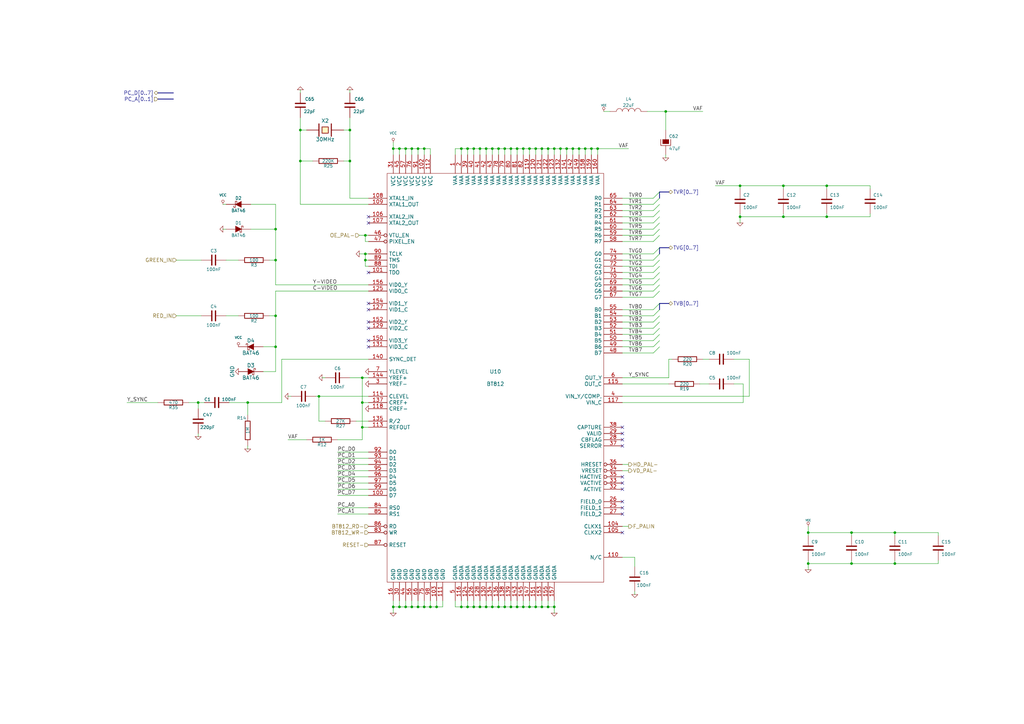
<source format=kicad_sch>
(kicad_sch (version 20210406) (generator eeschema)
  (paper "A3")
  (title_block (title "Video") (date "Sun 22 Mar 2015") (rev "2.0B") (company "Kicad EDA"))
  (lib_symbols
    (symbol "video_schlib:BT812" (pin_names (offset 0.762))
      (property "Reference" "U" (at 47.498 85.09 0))
      (property "Value" "BT812" (at 31.242 -85.09 0))
      (symbol "BT812_0_1"
        (rectangle (start -44.45 -83.82) (end 44.45 83.82))
      )
      (symbol "BT812_1_1"
        (pin input line (at -16.51 91.44 270) (length 7.62) (name "VAA") (number "1"))
        (pin tri_state line (at -52.07 -48.26 0) (length 7.62) (name "D7") (number "100"))
        (pin output line (at -52.07 43.18 0) (length 7.62) (name "TDO") (number "101"))
        (pin input line (at -29.21 91.44 270) (length 7.62) (name "VCC") (number "102"))
        (pin input line (at -24.13 -91.44 90) (length 7.62) (name "GND") (number "103"))
        (pin output line (at 52.07 -60.96 180) (length 7.62) (name "CLKX1") (number "104"))
        (pin output line (at 52.07 -63.5 180) (length 7.62) (name "CLKX2") (number "105"))
        (pin input line (at -52.07 66.04 0) (length 7.62) (name "XTAL2_IN") (number "106"))
        (pin output line (at -52.07 63.5 0) (length 7.62) (name "XTAL2_OUT") (number "107"))
        (pin input line (at -52.07 73.66 0) (length 7.62) (name "XTAL1_IN") (number "108"))
        (pin output line (at -52.07 71.12 0) (length 7.62) (name "XTAL1_OUT") (number "109"))
        (pin input line (at 52.07 -73.66 180) (length 7.62) (name "N/C") (number "110"))
        (pin input line (at -21.59 -91.44 90) (length 7.62) (name "GND") (number "111"))
        (pin input line (at -26.67 91.44 270) (length 7.62) (name "VCC") (number "112"))
        (pin output line (at -52.07 -20.32 0) (length 7.62) (name "REFOUT") (number "113"))
        (pin input line (at -52.07 -7.62 0) (length 7.62) (name "CLEVEL") (number "114"))
        (pin output line (at 52.07 -2.54 180) (length 7.62) (name "OUT_C") (number "115"))
        (pin input line (at -13.97 -91.44 90) (length 7.62) (name "GNDA") (number "116"))
        (pin input line (at 52.07 -10.16 180) (length 7.62) (name "VIN_C") (number "117"))
        (pin input line (at -52.07 -12.7 0) (length 7.62) (name "CREF-") (number "118"))
        (pin input line (at 13.97 91.44 270) (length 7.62) (name "VAA") (number "119"))
        (pin input line (at 16.51 91.44 270) (length 7.62) (name "VAA") (number "120"))
        (pin input line (at 19.05 91.44 270) (length 7.62) (name "VAA") (number "121"))
        (pin input line (at 21.59 91.44 270) (length 7.62) (name "VAA") (number "122"))
        (pin passive line (at 24.13 91.44 270) (length 7.62) (name "VAA") (number "123"))
        (pin input line (at -11.43 -91.44 90) (length 7.62) (name "GNDA") (number "124"))
        (pin input line (at -52.07 35.56 0) (length 7.62) (name "VID0_C") (number "125"))
        (pin input line (at -8.89 -91.44 90) (length 7.62) (name "GNDA") (number "126"))
        (pin input line (at -52.07 27.94 0) (length 7.62) (name "VID1_C") (number "127"))
        (pin input line (at -6.35 -91.44 90) (length 7.62) (name "GNDA") (number "128"))
        (pin input line (at -52.07 20.32 0) (length 7.62) (name "VID2_C") (number "129"))
        (pin input line (at -3.81 -91.44 90) (length 7.62) (name "GNDA") (number "130"))
        (pin input line (at -52.07 12.7 0) (length 7.62) (name "VID3_C") (number "131"))
        (pin input line (at 26.67 91.44 270) (length 7.62) (name "VAA") (number "132"))
        (pin input line (at -1.27 -91.44 90) (length 7.62) (name "GNDA") (number "134"))
        (pin input line (at -52.07 -17.78 0) (length 7.62) (name "R/2") (number "135"))
        (pin input line (at 1.27 -91.44 90) (length 7.62) (name "GNDA") (number "136"))
        (pin input line (at -52.07 -10.16 0) (length 7.62) (name "CREF+") (number "137"))
        (pin input line (at 3.81 -91.44 90) (length 7.62) (name "GNDA") (number "138"))
        (pin input line (at 6.35 -91.44 90) (length 7.62) (name "GNDA") (number "139"))
        (pin input line (at -52.07 7.62 0) (length 7.62) (name "SYNC_DET") (number "140"))
        (pin input line (at 29.21 91.44 270) (length 7.62) (name "VAA") (number "141"))
        (pin input line (at 31.75 91.44 270) (length 7.62) (name "VAA") (number "142"))
        (pin input line (at 8.89 -91.44 90) (length 7.62) (name "GNDA") (number "143"))
        (pin input line (at -52.07 0 0) (length 7.62) (name "YREF+") (number "144"))
        (pin input line (at 11.43 -91.44 90) (length 7.62) (name "GNDA") (number "145"))
        (pin input line (at 13.97 -91.44 90) (length 7.62) (name "GNDA") (number "147"))
        (pin input line (at 34.29 91.44 270) (length 7.62) (name "VAA") (number "149"))
        (pin input line (at -52.07 15.24 0) (length 7.62) (name "VID3_Y") (number "150"))
        (pin input line (at 16.51 -91.44 90) (length 7.62) (name "GNDA") (number "151"))
        (pin input line (at -52.07 22.86 0) (length 7.62) (name "VID2_Y") (number "152"))
        (pin input line (at 19.05 -91.44 90) (length 7.62) (name "GNDA") (number "153"))
        (pin input line (at -52.07 30.48 0) (length 7.62) (name "VID1_Y") (number "154"))
        (pin input line (at 21.59 -91.44 90) (length 7.62) (name "GNDA") (number "155"))
        (pin input line (at -52.07 38.1 0) (length 7.62) (name "VID0_Y") (number "156"))
        (pin input line (at 24.13 -91.44 90) (length 7.62) (name "GNDA") (number "157"))
        (pin input line (at 36.83 91.44 270) (length 7.62) (name "VAA") (number "158"))
        (pin input line (at 39.37 91.44 270) (length 7.62) (name "VAA") (number "159"))
        (pin input line (at -41.91 -91.44 90) (length 7.62) (name "GND") (number "16"))
        (pin input line (at 41.91 91.44 270) (length 7.62) (name "VAA") (number "160"))
        (pin input line (at -13.97 91.44 270) (length 7.62) (name "VAA") (number "2"))
        (pin bidirectional line (at 52.07 -53.34 180) (length 7.62) (name "FIELD_1") (number "25"))
        (pin bidirectional line (at 52.07 -50.8 180) (length 7.62) (name "FIELD_0") (number "26"))
        (pin output line (at 52.07 -55.88 180) (length 7.62) (name "FIELD_2") (number "27"))
        (pin output line (at 52.07 -25.4 180) (length 7.62) (name "CBFLAG") (number "28"))
        (pin output line (at 52.07 -22.86 180) (length 7.62) (name "VALID") (number "29"))
        (pin input line (at -52.07 -2.54 0) (length 7.62) (name "YREF-") (number "3"))
        (pin input line (at -39.37 -91.44 90) (length 7.62) (name "GND") (number "30"))
        (pin input line (at -41.91 91.44 270) (length 7.62) (name "VCC") (number "31"))
        (pin output line (at 52.07 -45.72 180) (length 7.62) (name "ACTIVE") (number "32"))
        (pin output inverted (at 52.07 -43.18 180) (length 7.62) (name "VACTIVE") (number "33"))
        (pin output inverted (at 52.07 -38.1 180) (length 7.62) (name "VRESET") (number "34"))
        (pin output inverted (at 52.07 -40.64 180) (length 7.62) (name "HACTIVE") (number "35"))
        (pin output inverted (at 52.07 -35.56 180) (length 7.62) (name "HRESET") (number "36"))
        (pin output line (at 52.07 -27.94 180) (length 7.62) (name "SERROR") (number "37"))
        (pin output line (at 52.07 -20.32 180) (length 7.62) (name "CAPTURE") (number "38"))
        (pin input line (at -11.43 91.44 270) (length 7.62) (name "VAA") (number "39"))
        (pin input line (at 52.07 -7.62 180) (length 7.62) (name "VIN_Y/COMP.") (number "4"))
        (pin input line (at -8.89 91.44 270) (length 7.62) (name "VAA") (number "40"))
        (pin input line (at -6.35 91.44 270) (length 7.62) (name "VAA") (number "41"))
        (pin input line (at -3.81 91.44 270) (length 7.62) (name "VAA") (number "42"))
        (pin input line (at -1.27 91.44 270) (length 7.62) (name "VAA") (number "43"))
        (pin input line (at -36.83 -91.44 90) (length 7.62) (name "GND") (number "44"))
        (pin input line (at -39.37 91.44 270) (length 7.62) (name "VCC") (number "45"))
        (pin input inverted (at -52.07 58.42 0) (length 7.62) (name "VTU_EN") (number "46"))
        (pin input inverted (at -52.07 55.88 0) (length 7.62) (name "PIXEL_EN") (number "47"))
        (pin tri_state line (at 52.07 10.16 180) (length 7.62) (name "B7") (number "48"))
        (pin tri_state line (at 52.07 12.7 180) (length 7.62) (name "B6") (number "49"))
        (pin input line (at -16.51 -91.44 90) (length 7.62) (name "GNDA") (number "5"))
        (pin tri_state line (at 52.07 15.24 180) (length 7.62) (name "B5") (number "50"))
        (pin tri_state line (at 52.07 17.78 180) (length 7.62) (name "B4") (number "51"))
        (pin tri_state line (at 52.07 20.32 180) (length 7.62) (name "B3") (number "52"))
        (pin tri_state line (at 52.07 22.86 180) (length 7.62) (name "B2") (number "53"))
        (pin tri_state line (at 52.07 25.4 180) (length 7.62) (name "B1") (number "54"))
        (pin tri_state line (at 52.07 27.94 180) (length 7.62) (name "B0") (number "55"))
        (pin input line (at -34.29 -91.44 90) (length 7.62) (name "GND") (number "56"))
        (pin input line (at -36.83 91.44 270) (length 7.62) (name "VCC") (number "57"))
        (pin tri_state line (at 52.07 55.88 180) (length 7.62) (name "R7") (number "58"))
        (pin tri_state line (at 52.07 58.42 180) (length 7.62) (name "R6") (number "59"))
        (pin output line (at 52.07 0 180) (length 7.62) (name "OUT_Y") (number "6"))
        (pin tri_state line (at 52.07 60.96 180) (length 7.62) (name "R5") (number "60"))
        (pin tri_state line (at 52.07 63.5 180) (length 7.62) (name "R4") (number "61"))
        (pin tri_state line (at 52.07 66.04 180) (length 7.62) (name "R3") (number "62"))
        (pin tri_state line (at 52.07 68.58 180) (length 7.62) (name "R2") (number "63"))
        (pin tri_state line (at 52.07 71.12 180) (length 7.62) (name "R1") (number "64"))
        (pin tri_state line (at 52.07 73.66 180) (length 7.62) (name "R0") (number "65"))
        (pin input line (at -31.75 -91.44 90) (length 7.62) (name "GND") (number "66"))
        (pin tri_state line (at 52.07 33.02 180) (length 7.62) (name "G7") (number "67"))
        (pin tri_state line (at 52.07 35.56 180) (length 7.62) (name "G6") (number "68"))
        (pin tri_state line (at 52.07 38.1 180) (length 7.62) (name "G5") (number "69"))
        (pin input line (at -52.07 2.54 0) (length 7.62) (name "YLEVEL") (number "7"))
        (pin tri_state line (at 52.07 40.64 180) (length 7.62) (name "G4") (number "70"))
        (pin tri_state line (at 52.07 43.18 180) (length 7.62) (name "G3") (number "71"))
        (pin tri_state line (at 52.07 45.72 180) (length 7.62) (name "G2") (number "72"))
        (pin tri_state line (at 52.07 48.26 180) (length 7.62) (name "G1") (number "73"))
        (pin tri_state line (at 52.07 50.8 180) (length 7.62) (name "G0") (number "74"))
        (pin input line (at -29.21 -91.44 90) (length 7.62) (name "GND") (number "75"))
        (pin input line (at -34.29 91.44 270) (length 7.62) (name "VCC") (number "76"))
        (pin input line (at 1.27 91.44 270) (length 7.62) (name "VAA") (number "78"))
        (pin input line (at 3.81 91.44 270) (length 7.62) (name "VAA") (number "79"))
        (pin input line (at 6.35 91.44 270) (length 7.62) (name "VAA") (number "80"))
        (pin input line (at 8.89 91.44 270) (length 7.62) (name "VAA") (number "81"))
        (pin input line (at 11.43 91.44 270) (length 7.62) (name "VAA") (number "82"))
        (pin input inverted (at -52.07 -63.5 0) (length 7.62) (name "WR") (number "83"))
        (pin input line (at -52.07 -53.34 0) (length 7.62) (name "RS0") (number "84"))
        (pin input line (at -52.07 -55.88 0) (length 7.62) (name "RS1") (number "85"))
        (pin input inverted (at -52.07 -60.96 0) (length 7.62) (name "RD") (number "86"))
        (pin input inverted (at -52.07 -68.58 0) (length 7.62) (name "RESET") (number "87"))
        (pin input line (at -52.07 45.72 0) (length 7.62) (name "TDI") (number "88"))
        (pin input line (at -52.07 48.26 0) (length 7.62) (name "TMS") (number "89"))
        (pin input line (at -52.07 50.8 0) (length 7.62) (name "TCLK") (number "90"))
        (pin passive line (at -31.75 91.44 270) (length 7.62) (name "VCC") (number "91"))
        (pin tri_state line (at -52.07 -30.48 0) (length 7.62) (name "D0") (number "92"))
        (pin tri_state line (at -52.07 -33.02 0) (length 7.62) (name "D1") (number "93"))
        (pin tri_state line (at -52.07 -35.56 0) (length 7.62) (name "D2") (number "94"))
        (pin tri_state line (at -52.07 -38.1 0) (length 7.62) (name "D3") (number "95"))
        (pin tri_state line (at -52.07 -40.64 0) (length 7.62) (name "D4") (number "96"))
        (pin tri_state line (at -52.07 -43.18 0) (length 7.62) (name "D5") (number "97"))
        (pin input line (at -26.67 -91.44 90) (length 7.62) (name "GND") (number "98"))
        (pin tri_state line (at -52.07 -45.72 0) (length 7.62) (name "D6") (number "99"))
      )
    )
    (symbol "video_schlib:C" (pin_numbers hide) (pin_names (offset 0.254))
      (property "Reference" "C" (at 0 2.54 0))
      (property "Value" "C" (at 0.1524 -2.159 0))
      (symbol "C_0_1"
        (polyline (pts (xy -2.032 -0.762) (xy 2.032 -0.762)) (stroke (width 0.508)))
        (polyline (pts (xy -2.032 0.762) (xy 2.032 0.762)) (stroke (width 0.508)))
      )
      (symbol "C_1_1"
        (pin passive line (at 0 5.08 270) (length 4.318) (name "~") (number "1"))
        (pin passive line (at 0 -5.08 90) (length 4.318) (name "~") (number "2"))
      )
    )
    (symbol "video_schlib:CP" (pin_numbers hide) (pin_names (offset 0.254) hide)
      (property "Reference" "C" (at 1.27 2.54 0))
      (property "Value" "CP" (at 1.27 -2.54 0))
      (symbol "CP_0_1"
        (polyline (pts (xy -2.032 1.27) (xy -2.032 -1.27) (xy 2.032 -1.27) (xy 2.032 1.27)) (stroke (width 0.2032)))
        (polyline (pts (xy -1.27 1.27) (xy -1.27 -0.508) (xy 1.27 -0.508) (xy 1.27 1.27)) (fill (type outline)))
      )
      (symbol "CP_1_1"
        (pin passive line (at 0 5.08 270) (length 3.81) (name "~") (number "1"))
        (pin passive line (at 0 -5.08 90) (length 3.81) (name "~") (number "2"))
      )
    )
    (symbol "video_schlib:CRYSTAL" (pin_numbers hide) (pin_names (offset 1.016) hide)
      (property "Reference" "X" (at 0 3.81 0))
      (property "Value" "CRYSTAL" (at 0 -3.81 0))
      (symbol "CRYSTAL_0_1"
        (polyline (pts (xy -2.54 2.54) (xy -2.54 -2.54)) (stroke (width 0.4064)))
        (polyline (pts (xy 2.54 2.54) (xy 2.54 -2.54)) (stroke (width 0.4064)))
        (polyline (pts (xy -1.27 1.27) (xy 1.27 1.27) (xy 1.27 -1.27) (xy -1.27 -1.27) (xy -1.27 1.27)) (stroke (width 0.3048)) (fill (type background)))
      )
      (symbol "CRYSTAL_1_1"
        (pin passive line (at -7.62 0 0) (length 5.08) (name "1") (number "1"))
        (pin passive line (at 7.62 0 180) (length 5.08) (name "2") (number "2"))
      )
    )
    (symbol "video_schlib:DIODESCH" (pin_numbers hide) (pin_names (offset 1.016) hide)
      (property "Reference" "D" (at 0 2.54 0))
      (property "Value" "DIODESCH" (at 0 -2.54 0))
      (symbol "DIODESCH_0_1"
        (polyline (pts (xy 1.905 0.635) (xy 1.905 1.27) (xy 1.27 1.27) (xy 1.27 -1.27) (xy 0.635 -1.27) (xy 0.635 -0.635)) (stroke (width 0.2032)))
        (polyline (pts (xy -1.27 1.27) (xy 1.27 0) (xy -1.27 -1.27)) (fill (type outline)))
      )
      (symbol "DIODESCH_1_1"
        (pin passive line (at -5.08 0 0) (length 3.81) (name "A") (number "1"))
        (pin passive line (at 5.08 0 180) (length 3.81) (name "K") (number "2"))
      )
    )
    (symbol "video_schlib:GND" (power) (pin_names (offset 0))
      (symbol "GND_0_1"
        (polyline (pts (xy -1.27 0) (xy 0 -1.27) (xy 1.27 0) (xy -1.27 0)))
      )
      (symbol "GND_1_1"
        (pin power_in line (at 0 0 90) (length 0) hide (name "GND") (number "1"))
      )
    )
    (symbol "video_schlib:INDUCTOR" (pin_numbers hide) (pin_names (offset 1.016) hide)
      (property "Reference" "L" (at -1.27 0 90))
      (property "Value" "INDUCTOR" (at 2.54 0 90))
      (symbol "INDUCTOR_0_1"
        (arc (start 0.0254 -5.0546) (end 0.0254 -2.54) (radius (at 0 -3.81) (length 1.27) (angles -88.9 88.9)))
        (arc (start 0.0254 -2.5146) (end 0.0254 0.0508) (radius (at 0 -1.2446) (length 1.2954) (angles -88.9 88.9)))
        (arc (start 0.0254 0.0254) (end 0.0254 2.5908) (radius (at 0 1.2954) (length 1.2954) (angles -88.9 88.9)))
        (arc (start 0.0254 2.5654) (end 0.0254 4.9784) (radius (at 0 3.7592) (length 1.2192) (angles -88.9 88.9)))
      )
      (symbol "INDUCTOR_1_1"
        (pin passive line (at 0 7.62 270) (length 2.54) (name "1") (number "1"))
        (pin passive line (at 0 -7.62 90) (length 2.54) (name "2") (number "2"))
      )
    )
    (symbol "video_schlib:R" (pin_numbers hide) (pin_names (offset 0))
      (property "Reference" "R" (at 2.032 0 90))
      (property "Value" "R" (at 0.1778 0.0254 90))
      (symbol "R_0_1"
        (rectangle (start -1.016 3.81) (end 1.016 -3.81) (stroke (width 0.3048)))
      )
      (symbol "R_1_1"
        (pin passive line (at 0 6.35 270) (length 2.54) (name "~") (number "1"))
        (pin passive line (at 0 -6.35 90) (length 2.54) (name "~") (number "2"))
      )
    )
    (symbol "video_schlib:VCC" (power) (pin_names (offset 0))
      (property "Value" "VCC" (at 0 2.54 0))
      (symbol "VCC_0_0"
        (pin power_in line (at 0 0 90) (length 0) hide (name "VCC") (number "1"))
      )
      (symbol "VCC_0_1"
        (circle (center 0 1.27) (radius 0.508))
        (polyline (pts (xy 0 0) (xy 0 0.762) (xy 0 0.762)))
      )
    )
  )
  (junction (at 81.28 165.1) (diameter 0.9144))
  (junction (at 101.6 165.1) (diameter 0.9144))
  (junction (at 113.03 93.98) (diameter 0.9144))
  (junction (at 113.03 106.68) (diameter 0.9144))
  (junction (at 113.03 129.54) (diameter 0.9144))
  (junction (at 113.03 142.24) (diameter 0.9144))
  (junction (at 123.19 53.34) (diameter 0.9144))
  (junction (at 123.19 66.04) (diameter 0.9144))
  (junction (at 130.81 162.56) (diameter 0.9144))
  (junction (at 143.51 53.34) (diameter 0.9144))
  (junction (at 143.51 66.04) (diameter 0.9144))
  (junction (at 148.59 154.94) (diameter 0.9144))
  (junction (at 148.59 165.1) (diameter 0.9144))
  (junction (at 148.59 175.26) (diameter 0.9144))
  (junction (at 149.86 96.52) (diameter 0.9144))
  (junction (at 149.86 104.14) (diameter 0.9144))
  (junction (at 149.86 106.68) (diameter 0.9144))
  (junction (at 161.29 60.96) (diameter 0.9144))
  (junction (at 161.29 248.92) (diameter 0.9144))
  (junction (at 163.83 60.96) (diameter 0.9144))
  (junction (at 163.83 248.92) (diameter 0.9144))
  (junction (at 166.37 60.96) (diameter 0.9144))
  (junction (at 166.37 248.92) (diameter 0.9144))
  (junction (at 168.91 60.96) (diameter 0.9144))
  (junction (at 168.91 248.92) (diameter 0.9144))
  (junction (at 171.45 60.96) (diameter 0.9144))
  (junction (at 171.45 248.92) (diameter 0.9144))
  (junction (at 173.99 60.96) (diameter 0.9144))
  (junction (at 173.99 248.92) (diameter 0.9144))
  (junction (at 176.53 248.92) (diameter 0.9144))
  (junction (at 179.07 248.92) (diameter 0.9144))
  (junction (at 189.23 60.96) (diameter 0.9144))
  (junction (at 189.23 248.92) (diameter 0.9144))
  (junction (at 191.77 60.96) (diameter 0.9144))
  (junction (at 191.77 248.92) (diameter 0.9144))
  (junction (at 194.31 60.96) (diameter 0.9144))
  (junction (at 194.31 248.92) (diameter 0.9144))
  (junction (at 196.85 60.96) (diameter 0.9144))
  (junction (at 196.85 248.92) (diameter 0.9144))
  (junction (at 199.39 60.96) (diameter 0.9144))
  (junction (at 199.39 248.92) (diameter 0.9144))
  (junction (at 201.93 60.96) (diameter 0.9144))
  (junction (at 201.93 248.92) (diameter 0.9144))
  (junction (at 204.47 60.96) (diameter 0.9144))
  (junction (at 204.47 248.92) (diameter 0.9144))
  (junction (at 207.01 60.96) (diameter 0.9144))
  (junction (at 207.01 248.92) (diameter 0.9144))
  (junction (at 209.55 60.96) (diameter 0.9144))
  (junction (at 209.55 248.92) (diameter 0.9144))
  (junction (at 212.09 60.96) (diameter 0.9144))
  (junction (at 212.09 248.92) (diameter 0.9144))
  (junction (at 214.63 60.96) (diameter 0.9144))
  (junction (at 214.63 248.92) (diameter 0.9144))
  (junction (at 217.17 60.96) (diameter 0.9144))
  (junction (at 217.17 248.92) (diameter 0.9144))
  (junction (at 219.71 60.96) (diameter 0.9144))
  (junction (at 219.71 248.92) (diameter 0.9144))
  (junction (at 222.25 60.96) (diameter 0.9144))
  (junction (at 222.25 248.92) (diameter 0.9144))
  (junction (at 224.79 60.96) (diameter 0.9144))
  (junction (at 224.79 248.92) (diameter 0.9144))
  (junction (at 227.33 60.96) (diameter 0.9144))
  (junction (at 227.33 248.92) (diameter 0.9144))
  (junction (at 229.87 60.96) (diameter 0.9144))
  (junction (at 232.41 60.96) (diameter 0.9144))
  (junction (at 234.95 60.96) (diameter 0.9144))
  (junction (at 237.49 60.96) (diameter 0.9144))
  (junction (at 240.03 60.96) (diameter 0.9144))
  (junction (at 242.57 60.96) (diameter 0.9144))
  (junction (at 245.11 60.96) (diameter 0.9144))
  (junction (at 273.05 45.72) (diameter 0.9144))
  (junction (at 303.53 76.2) (diameter 0.9144))
  (junction (at 303.53 88.9) (diameter 0.9144))
  (junction (at 321.31 76.2) (diameter 0.9144))
  (junction (at 321.31 88.9) (diameter 0.9144))
  (junction (at 331.47 218.44) (diameter 0.9144))
  (junction (at 331.47 231.14) (diameter 0.9144))
  (junction (at 339.09 76.2) (diameter 0.9144))
  (junction (at 339.09 88.9) (diameter 0.9144))
  (junction (at 349.25 218.44) (diameter 0.9144))
  (junction (at 349.25 231.14) (diameter 0.9144))
  (junction (at 367.03 218.44) (diameter 0.9144))
  (junction (at 367.03 231.14) (diameter 0.9144))
  (no_connect (at 151.13 88.9))
  (no_connect (at 151.13 91.44))
  (no_connect (at 151.13 111.76))
  (no_connect (at 151.13 124.46))
  (no_connect (at 151.13 127))
  (no_connect (at 151.13 132.08))
  (no_connect (at 151.13 134.62))
  (no_connect (at 151.13 139.7))
  (no_connect (at 151.13 142.24))
  (no_connect (at 255.27 175.26))
  (no_connect (at 255.27 177.8))
  (no_connect (at 255.27 180.34))
  (no_connect (at 255.27 182.88))
  (no_connect (at 255.27 195.58))
  (no_connect (at 255.27 198.12))
  (no_connect (at 255.27 200.66))
  (no_connect (at 255.27 205.74))
  (no_connect (at 255.27 208.28))
  (no_connect (at 255.27 210.82))
  (no_connect (at 255.27 218.44))
  (bus_entry (at 267.97 81.28) (size 2.54 -2.54) (stroke (width 0.1524)))
  (bus_entry (at 267.97 83.82) (size 2.54 -2.54) (stroke (width 0.1524)))
  (bus_entry (at 267.97 86.36) (size 2.54 -2.54) (stroke (width 0.1524)))
  (bus_entry (at 267.97 88.9) (size 2.54 -2.54) (stroke (width 0.1524)))
  (bus_entry (at 267.97 91.44) (size 2.54 -2.54) (stroke (width 0.1524)))
  (bus_entry (at 267.97 93.98) (size 2.54 -2.54) (stroke (width 0.1524)))
  (bus_entry (at 267.97 96.52) (size 2.54 -2.54) (stroke (width 0.1524)))
  (bus_entry (at 267.97 99.06) (size 2.54 -2.54) (stroke (width 0.1524)))
  (bus_entry (at 267.97 104.14) (size 2.54 -2.54) (stroke (width 0.1524)))
  (bus_entry (at 267.97 106.68) (size 2.54 -2.54) (stroke (width 0.1524)))
  (bus_entry (at 267.97 109.22) (size 2.54 -2.54) (stroke (width 0.1524)))
  (bus_entry (at 267.97 111.76) (size 2.54 -2.54) (stroke (width 0.1524)))
  (bus_entry (at 267.97 114.3) (size 2.54 -2.54) (stroke (width 0.1524)))
  (bus_entry (at 267.97 116.84) (size 2.54 -2.54) (stroke (width 0.1524)))
  (bus_entry (at 267.97 119.38) (size 2.54 -2.54) (stroke (width 0.1524)))
  (bus_entry (at 267.97 121.92) (size 2.54 -2.54) (stroke (width 0.1524)))
  (bus_entry (at 267.97 127) (size 2.54 -2.54) (stroke (width 0.1524)))
  (bus_entry (at 267.97 129.54) (size 2.54 -2.54) (stroke (width 0.1524)))
  (bus_entry (at 267.97 132.08) (size 2.54 -2.54) (stroke (width 0.1524)))
  (bus_entry (at 267.97 134.62) (size 2.54 -2.54) (stroke (width 0.1524)))
  (bus_entry (at 267.97 137.16) (size 2.54 -2.54) (stroke (width 0.1524)))
  (bus_entry (at 267.97 139.7) (size 2.54 -2.54) (stroke (width 0.1524)))
  (bus_entry (at 267.97 142.24) (size 2.54 -2.54) (stroke (width 0.1524)))
  (bus_entry (at 267.97 144.78) (size 2.54 -2.54) (stroke (width 0.1524)))
  (wire (pts (xy 52.07 165.1) (xy 64.77 165.1)))
  (wire (pts (xy 72.39 106.68) (xy 82.55 106.68)))
  (wire (pts (xy 72.39 129.54) (xy 82.55 129.54)))
  (wire (pts (xy 77.47 165.1) (xy 81.28 165.1)))
  (wire (pts (xy 81.28 165.1) (xy 81.28 167.64)))
  (wire (pts (xy 81.28 165.1) (xy 83.82 165.1)))
  (wire (pts (xy 81.28 177.8) (xy 81.28 179.07)))
  (wire (pts (xy 91.44 83.82) (xy 92.71 83.82)))
  (wire (pts (xy 91.44 93.98) (xy 92.71 93.98)))
  (wire (pts (xy 92.71 106.68) (xy 97.79 106.68)))
  (wire (pts (xy 92.71 129.54) (xy 97.79 129.54)))
  (wire (pts (xy 93.98 165.1) (xy 101.6 165.1)))
  (wire (pts (xy 101.6 165.1) (xy 101.6 170.18)))
  (wire (pts (xy 101.6 165.1) (xy 115.57 165.1)))
  (wire (pts (xy 101.6 182.88) (xy 101.6 184.15)))
  (wire (pts (xy 102.87 83.82) (xy 113.03 83.82)))
  (wire (pts (xy 102.87 93.98) (xy 113.03 93.98)))
  (wire (pts (xy 107.95 142.24) (xy 113.03 142.24)))
  (wire (pts (xy 110.49 106.68) (xy 113.03 106.68)))
  (wire (pts (xy 110.49 129.54) (xy 113.03 129.54)))
  (wire (pts (xy 113.03 83.82) (xy 113.03 93.98)))
  (wire (pts (xy 113.03 93.98) (xy 113.03 106.68)))
  (wire (pts (xy 113.03 106.68) (xy 113.03 116.84)))
  (wire (pts (xy 113.03 116.84) (xy 151.13 116.84)))
  (wire (pts (xy 113.03 119.38) (xy 113.03 129.54)))
  (wire (pts (xy 113.03 129.54) (xy 113.03 142.24)))
  (wire (pts (xy 113.03 142.24) (xy 113.03 152.4)))
  (wire (pts (xy 113.03 152.4) (xy 107.95 152.4)))
  (wire (pts (xy 115.57 165.1) (xy 115.57 147.32)))
  (wire (pts (xy 118.11 162.56) (xy 119.38 162.56)))
  (wire (pts (xy 118.11 180.34) (xy 125.73 180.34)))
  (wire (pts (xy 123.19 38.1) (xy 123.19 36.83)))
  (wire (pts (xy 123.19 48.26) (xy 123.19 53.34)))
  (wire (pts (xy 123.19 53.34) (xy 123.19 66.04)))
  (wire (pts (xy 123.19 53.34) (xy 125.73 53.34)))
  (wire (pts (xy 123.19 66.04) (xy 123.19 83.82)))
  (wire (pts (xy 123.19 66.04) (xy 128.27 66.04)))
  (wire (pts (xy 123.19 83.82) (xy 151.13 83.82)))
  (wire (pts (xy 129.54 162.56) (xy 130.81 162.56)))
  (wire (pts (xy 130.81 162.56) (xy 130.81 172.72)))
  (wire (pts (xy 130.81 162.56) (xy 151.13 162.56)))
  (wire (pts (xy 130.81 172.72) (xy 133.35 172.72)))
  (wire (pts (xy 132.08 154.94) (xy 133.35 154.94)))
  (wire (pts (xy 138.43 185.42) (xy 151.13 185.42)))
  (wire (pts (xy 138.43 187.96) (xy 151.13 187.96)))
  (wire (pts (xy 138.43 190.5) (xy 151.13 190.5)))
  (wire (pts (xy 138.43 193.04) (xy 151.13 193.04)))
  (wire (pts (xy 138.43 195.58) (xy 151.13 195.58)))
  (wire (pts (xy 138.43 198.12) (xy 151.13 198.12)))
  (wire (pts (xy 138.43 200.66) (xy 151.13 200.66)))
  (wire (pts (xy 138.43 203.2) (xy 151.13 203.2)))
  (wire (pts (xy 138.43 208.28) (xy 151.13 208.28)))
  (wire (pts (xy 138.43 210.82) (xy 151.13 210.82)))
  (wire (pts (xy 140.97 53.34) (xy 143.51 53.34)))
  (wire (pts (xy 140.97 66.04) (xy 143.51 66.04)))
  (wire (pts (xy 143.51 36.83) (xy 143.51 38.1)))
  (wire (pts (xy 143.51 48.26) (xy 143.51 53.34)))
  (wire (pts (xy 143.51 53.34) (xy 143.51 66.04)))
  (wire (pts (xy 143.51 66.04) (xy 143.51 81.28)))
  (wire (pts (xy 143.51 81.28) (xy 151.13 81.28)))
  (wire (pts (xy 143.51 154.94) (xy 148.59 154.94)))
  (wire (pts (xy 146.05 172.72) (xy 151.13 172.72)))
  (wire (pts (xy 147.32 96.52) (xy 149.86 96.52)))
  (wire (pts (xy 147.32 104.14) (xy 149.86 104.14)))
  (wire (pts (xy 148.59 154.94) (xy 148.59 165.1)))
  (wire (pts (xy 148.59 154.94) (xy 151.13 154.94)))
  (wire (pts (xy 148.59 165.1) (xy 148.59 175.26)))
  (wire (pts (xy 148.59 165.1) (xy 151.13 165.1)))
  (wire (pts (xy 148.59 175.26) (xy 148.59 180.34)))
  (wire (pts (xy 148.59 175.26) (xy 151.13 175.26)))
  (wire (pts (xy 148.59 180.34) (xy 138.43 180.34)))
  (wire (pts (xy 149.86 96.52) (xy 151.13 96.52)))
  (wire (pts (xy 149.86 99.06) (xy 149.86 96.52)))
  (wire (pts (xy 149.86 104.14) (xy 149.86 106.68)))
  (wire (pts (xy 149.86 104.14) (xy 151.13 104.14)))
  (wire (pts (xy 149.86 106.68) (xy 149.86 109.22)))
  (wire (pts (xy 149.86 106.68) (xy 151.13 106.68)))
  (wire (pts (xy 149.86 109.22) (xy 151.13 109.22)))
  (wire (pts (xy 151.13 99.06) (xy 149.86 99.06)))
  (wire (pts (xy 151.13 119.38) (xy 113.03 119.38)))
  (wire (pts (xy 151.13 147.32) (xy 115.57 147.32)))
  (wire (pts (xy 161.29 58.42) (xy 161.29 60.96)))
  (wire (pts (xy 161.29 60.96) (xy 161.29 63.5)))
  (wire (pts (xy 161.29 60.96) (xy 163.83 60.96)))
  (wire (pts (xy 161.29 246.38) (xy 161.29 248.92)))
  (wire (pts (xy 161.29 248.92) (xy 161.29 251.46)))
  (wire (pts (xy 161.29 248.92) (xy 163.83 248.92)))
  (wire (pts (xy 163.83 60.96) (xy 163.83 63.5)))
  (wire (pts (xy 163.83 60.96) (xy 166.37 60.96)))
  (wire (pts (xy 163.83 246.38) (xy 163.83 248.92)))
  (wire (pts (xy 163.83 248.92) (xy 166.37 248.92)))
  (wire (pts (xy 166.37 60.96) (xy 166.37 63.5)))
  (wire (pts (xy 166.37 60.96) (xy 168.91 60.96)))
  (wire (pts (xy 166.37 246.38) (xy 166.37 248.92)))
  (wire (pts (xy 166.37 248.92) (xy 168.91 248.92)))
  (wire (pts (xy 168.91 60.96) (xy 168.91 63.5)))
  (wire (pts (xy 168.91 60.96) (xy 171.45 60.96)))
  (wire (pts (xy 168.91 246.38) (xy 168.91 248.92)))
  (wire (pts (xy 168.91 248.92) (xy 171.45 248.92)))
  (wire (pts (xy 171.45 60.96) (xy 171.45 63.5)))
  (wire (pts (xy 171.45 60.96) (xy 173.99 60.96)))
  (wire (pts (xy 171.45 246.38) (xy 171.45 248.92)))
  (wire (pts (xy 171.45 248.92) (xy 173.99 248.92)))
  (wire (pts (xy 173.99 60.96) (xy 173.99 63.5)))
  (wire (pts (xy 173.99 60.96) (xy 176.53 60.96)))
  (wire (pts (xy 173.99 246.38) (xy 173.99 248.92)))
  (wire (pts (xy 173.99 248.92) (xy 176.53 248.92)))
  (wire (pts (xy 176.53 60.96) (xy 176.53 63.5)))
  (wire (pts (xy 176.53 246.38) (xy 176.53 248.92)))
  (wire (pts (xy 176.53 248.92) (xy 179.07 248.92)))
  (wire (pts (xy 179.07 246.38) (xy 179.07 248.92)))
  (wire (pts (xy 179.07 248.92) (xy 181.61 248.92)))
  (wire (pts (xy 181.61 248.92) (xy 181.61 246.38)))
  (wire (pts (xy 186.69 60.96) (xy 186.69 63.5)))
  (wire (pts (xy 186.69 60.96) (xy 189.23 60.96)))
  (wire (pts (xy 186.69 248.92) (xy 186.69 246.38)))
  (wire (pts (xy 186.69 248.92) (xy 189.23 248.92)))
  (wire (pts (xy 189.23 60.96) (xy 189.23 63.5)))
  (wire (pts (xy 189.23 60.96) (xy 191.77 60.96)))
  (wire (pts (xy 189.23 246.38) (xy 189.23 248.92)))
  (wire (pts (xy 189.23 248.92) (xy 191.77 248.92)))
  (wire (pts (xy 191.77 60.96) (xy 191.77 63.5)))
  (wire (pts (xy 191.77 60.96) (xy 194.31 60.96)))
  (wire (pts (xy 191.77 246.38) (xy 191.77 248.92)))
  (wire (pts (xy 191.77 248.92) (xy 194.31 248.92)))
  (wire (pts (xy 194.31 60.96) (xy 194.31 63.5)))
  (wire (pts (xy 194.31 60.96) (xy 196.85 60.96)))
  (wire (pts (xy 194.31 246.38) (xy 194.31 248.92)))
  (wire (pts (xy 194.31 248.92) (xy 196.85 248.92)))
  (wire (pts (xy 196.85 60.96) (xy 196.85 63.5)))
  (wire (pts (xy 196.85 60.96) (xy 199.39 60.96)))
  (wire (pts (xy 196.85 246.38) (xy 196.85 248.92)))
  (wire (pts (xy 196.85 248.92) (xy 199.39 248.92)))
  (wire (pts (xy 199.39 60.96) (xy 199.39 63.5)))
  (wire (pts (xy 199.39 60.96) (xy 201.93 60.96)))
  (wire (pts (xy 199.39 246.38) (xy 199.39 248.92)))
  (wire (pts (xy 199.39 248.92) (xy 201.93 248.92)))
  (wire (pts (xy 201.93 60.96) (xy 201.93 63.5)))
  (wire (pts (xy 201.93 60.96) (xy 204.47 60.96)))
  (wire (pts (xy 201.93 246.38) (xy 201.93 248.92)))
  (wire (pts (xy 201.93 248.92) (xy 204.47 248.92)))
  (wire (pts (xy 204.47 60.96) (xy 204.47 63.5)))
  (wire (pts (xy 204.47 60.96) (xy 207.01 60.96)))
  (wire (pts (xy 204.47 246.38) (xy 204.47 248.92)))
  (wire (pts (xy 204.47 248.92) (xy 207.01 248.92)))
  (wire (pts (xy 207.01 60.96) (xy 207.01 63.5)))
  (wire (pts (xy 207.01 60.96) (xy 209.55 60.96)))
  (wire (pts (xy 207.01 246.38) (xy 207.01 248.92)))
  (wire (pts (xy 207.01 248.92) (xy 209.55 248.92)))
  (wire (pts (xy 209.55 60.96) (xy 209.55 63.5)))
  (wire (pts (xy 209.55 60.96) (xy 212.09 60.96)))
  (wire (pts (xy 209.55 246.38) (xy 209.55 248.92)))
  (wire (pts (xy 209.55 248.92) (xy 212.09 248.92)))
  (wire (pts (xy 212.09 60.96) (xy 212.09 63.5)))
  (wire (pts (xy 212.09 60.96) (xy 214.63 60.96)))
  (wire (pts (xy 212.09 246.38) (xy 212.09 248.92)))
  (wire (pts (xy 212.09 248.92) (xy 214.63 248.92)))
  (wire (pts (xy 214.63 60.96) (xy 214.63 63.5)))
  (wire (pts (xy 214.63 60.96) (xy 217.17 60.96)))
  (wire (pts (xy 214.63 246.38) (xy 214.63 248.92)))
  (wire (pts (xy 214.63 248.92) (xy 217.17 248.92)))
  (wire (pts (xy 217.17 60.96) (xy 217.17 63.5)))
  (wire (pts (xy 217.17 60.96) (xy 219.71 60.96)))
  (wire (pts (xy 217.17 246.38) (xy 217.17 248.92)))
  (wire (pts (xy 217.17 248.92) (xy 219.71 248.92)))
  (wire (pts (xy 219.71 60.96) (xy 219.71 63.5)))
  (wire (pts (xy 219.71 60.96) (xy 222.25 60.96)))
  (wire (pts (xy 219.71 246.38) (xy 219.71 248.92)))
  (wire (pts (xy 219.71 248.92) (xy 222.25 248.92)))
  (wire (pts (xy 222.25 60.96) (xy 222.25 63.5)))
  (wire (pts (xy 222.25 60.96) (xy 224.79 60.96)))
  (wire (pts (xy 222.25 246.38) (xy 222.25 248.92)))
  (wire (pts (xy 222.25 248.92) (xy 224.79 248.92)))
  (wire (pts (xy 224.79 60.96) (xy 224.79 63.5)))
  (wire (pts (xy 224.79 60.96) (xy 227.33 60.96)))
  (wire (pts (xy 224.79 246.38) (xy 224.79 248.92)))
  (wire (pts (xy 224.79 248.92) (xy 227.33 248.92)))
  (wire (pts (xy 227.33 60.96) (xy 227.33 63.5)))
  (wire (pts (xy 227.33 60.96) (xy 229.87 60.96)))
  (wire (pts (xy 227.33 246.38) (xy 227.33 248.92)))
  (wire (pts (xy 227.33 248.92) (xy 227.33 251.46)))
  (wire (pts (xy 229.87 60.96) (xy 229.87 63.5)))
  (wire (pts (xy 229.87 60.96) (xy 232.41 60.96)))
  (wire (pts (xy 232.41 60.96) (xy 232.41 63.5)))
  (wire (pts (xy 232.41 60.96) (xy 234.95 60.96)))
  (wire (pts (xy 234.95 60.96) (xy 234.95 63.5)))
  (wire (pts (xy 234.95 60.96) (xy 237.49 60.96)))
  (wire (pts (xy 237.49 60.96) (xy 237.49 63.5)))
  (wire (pts (xy 237.49 60.96) (xy 240.03 60.96)))
  (wire (pts (xy 240.03 60.96) (xy 240.03 63.5)))
  (wire (pts (xy 240.03 60.96) (xy 242.57 60.96)))
  (wire (pts (xy 242.57 60.96) (xy 242.57 63.5)))
  (wire (pts (xy 242.57 60.96) (xy 245.11 60.96)))
  (wire (pts (xy 245.11 60.96) (xy 245.11 63.5)))
  (wire (pts (xy 245.11 60.96) (xy 257.81 60.96)))
  (wire (pts (xy 247.65 45.72) (xy 250.19 45.72)))
  (wire (pts (xy 255.27 81.28) (xy 267.97 81.28)))
  (wire (pts (xy 255.27 83.82) (xy 267.97 83.82)))
  (wire (pts (xy 255.27 86.36) (xy 267.97 86.36)))
  (wire (pts (xy 255.27 88.9) (xy 267.97 88.9)))
  (wire (pts (xy 255.27 91.44) (xy 267.97 91.44)))
  (wire (pts (xy 255.27 93.98) (xy 267.97 93.98)))
  (wire (pts (xy 255.27 96.52) (xy 267.97 96.52)))
  (wire (pts (xy 255.27 99.06) (xy 267.97 99.06)))
  (wire (pts (xy 255.27 104.14) (xy 267.97 104.14)))
  (wire (pts (xy 255.27 106.68) (xy 267.97 106.68)))
  (wire (pts (xy 255.27 109.22) (xy 267.97 109.22)))
  (wire (pts (xy 255.27 111.76) (xy 267.97 111.76)))
  (wire (pts (xy 255.27 114.3) (xy 267.97 114.3)))
  (wire (pts (xy 255.27 116.84) (xy 267.97 116.84)))
  (wire (pts (xy 255.27 119.38) (xy 267.97 119.38)))
  (wire (pts (xy 255.27 121.92) (xy 267.97 121.92)))
  (wire (pts (xy 255.27 127) (xy 267.97 127)))
  (wire (pts (xy 255.27 129.54) (xy 267.97 129.54)))
  (wire (pts (xy 255.27 132.08) (xy 267.97 132.08)))
  (wire (pts (xy 255.27 134.62) (xy 267.97 134.62)))
  (wire (pts (xy 255.27 137.16) (xy 267.97 137.16)))
  (wire (pts (xy 255.27 139.7) (xy 267.97 139.7)))
  (wire (pts (xy 255.27 142.24) (xy 267.97 142.24)))
  (wire (pts (xy 255.27 144.78) (xy 267.97 144.78)))
  (wire (pts (xy 255.27 154.94) (xy 274.32 154.94)))
  (wire (pts (xy 255.27 157.48) (xy 274.32 157.48)))
  (wire (pts (xy 255.27 162.56) (xy 307.34 162.56)))
  (wire (pts (xy 255.27 165.1) (xy 304.8 165.1)))
  (wire (pts (xy 255.27 190.5) (xy 257.81 190.5)))
  (wire (pts (xy 255.27 193.04) (xy 257.81 193.04)))
  (wire (pts (xy 255.27 215.9) (xy 257.81 215.9)))
  (wire (pts (xy 255.27 228.6) (xy 260.35 228.6)))
  (wire (pts (xy 260.35 228.6) (xy 260.35 232.41)))
  (wire (pts (xy 260.35 243.84) (xy 260.35 242.57)))
  (wire (pts (xy 265.43 45.72) (xy 273.05 45.72)))
  (wire (pts (xy 273.05 45.72) (xy 273.05 53.34)))
  (wire (pts (xy 273.05 45.72) (xy 288.29 45.72)))
  (wire (pts (xy 273.05 64.77) (xy 273.05 63.5)))
  (wire (pts (xy 274.32 147.32) (xy 275.59 147.32)))
  (wire (pts (xy 274.32 154.94) (xy 274.32 147.32)))
  (wire (pts (xy 287.02 157.48) (xy 290.83 157.48)))
  (wire (pts (xy 288.29 147.32) (xy 290.83 147.32)))
  (wire (pts (xy 293.37 76.2) (xy 303.53 76.2)))
  (wire (pts (xy 300.99 147.32) (xy 307.34 147.32)))
  (wire (pts (xy 300.99 157.48) (xy 304.8 157.48)))
  (wire (pts (xy 303.53 76.2) (xy 321.31 76.2)))
  (wire (pts (xy 303.53 77.47) (xy 303.53 76.2)))
  (wire (pts (xy 303.53 87.63) (xy 303.53 88.9)))
  (wire (pts (xy 303.53 88.9) (xy 303.53 91.44)))
  (wire (pts (xy 303.53 88.9) (xy 321.31 88.9)))
  (wire (pts (xy 304.8 165.1) (xy 304.8 157.48)))
  (wire (pts (xy 307.34 162.56) (xy 307.34 147.32)))
  (wire (pts (xy 321.31 76.2) (xy 339.09 76.2)))
  (wire (pts (xy 321.31 77.47) (xy 321.31 76.2)))
  (wire (pts (xy 321.31 88.9) (xy 321.31 87.63)))
  (wire (pts (xy 321.31 88.9) (xy 339.09 88.9)))
  (wire (pts (xy 331.47 215.9) (xy 331.47 218.44)))
  (wire (pts (xy 331.47 218.44) (xy 331.47 219.71)))
  (wire (pts (xy 331.47 218.44) (xy 349.25 218.44)))
  (wire (pts (xy 331.47 229.87) (xy 331.47 231.14)))
  (wire (pts (xy 331.47 231.14) (xy 331.47 233.68)))
  (wire (pts (xy 331.47 231.14) (xy 349.25 231.14)))
  (wire (pts (xy 339.09 76.2) (xy 356.87 76.2)))
  (wire (pts (xy 339.09 77.47) (xy 339.09 76.2)))
  (wire (pts (xy 339.09 88.9) (xy 339.09 87.63)))
  (wire (pts (xy 339.09 88.9) (xy 356.87 88.9)))
  (wire (pts (xy 349.25 218.44) (xy 349.25 219.71)))
  (wire (pts (xy 349.25 218.44) (xy 367.03 218.44)))
  (wire (pts (xy 349.25 229.87) (xy 349.25 231.14)))
  (wire (pts (xy 349.25 231.14) (xy 367.03 231.14)))
  (wire (pts (xy 356.87 76.2) (xy 356.87 77.47)))
  (wire (pts (xy 356.87 88.9) (xy 356.87 87.63)))
  (wire (pts (xy 367.03 218.44) (xy 367.03 219.71)))
  (wire (pts (xy 367.03 218.44) (xy 384.81 218.44)))
  (wire (pts (xy 367.03 229.87) (xy 367.03 231.14)))
  (wire (pts (xy 367.03 231.14) (xy 384.81 231.14)))
  (wire (pts (xy 384.81 218.44) (xy 384.81 219.71)))
  (wire (pts (xy 384.81 231.14) (xy 384.81 229.87)))
  (bus (pts (xy 64.77 38.1) (xy 71.12 38.1)))
  (bus (pts (xy 64.77 40.64) (xy 71.12 40.64)))
  (bus (pts (xy 270.51 78.74) (xy 270.51 96.52)))
  (bus (pts (xy 270.51 101.6) (xy 270.51 119.38)))
  (bus (pts (xy 270.51 124.46) (xy 270.51 142.24)))
  (bus (pts (xy 274.32 78.74) (xy 270.51 78.74)))
  (bus (pts (xy 274.32 101.6) (xy 270.51 101.6)))
  (bus (pts (xy 274.32 124.46) (xy 270.51 124.46)))
  (label "Y_SYNC" (at 52.07 165.1 0) (effects (font (size 1.524 1.524))))
  (label "VAF" (at 118.11 180.34 0) (effects (font (size 1.524 1.524))))
  (label "Y-VIDEO" (at 128.27 116.84 0) (effects (font (size 1.524 1.524))))
  (label "C-VIDEO" (at 128.27 119.38 0) (effects (font (size 1.524 1.524))))
  (label "PC_D0" (at 138.43 185.42 0) (effects (font (size 1.524 1.524))))
  (label "PC_D1" (at 138.43 187.96 0) (effects (font (size 1.524 1.524))))
  (label "PC_D2" (at 138.43 190.5 0) (effects (font (size 1.524 1.524))))
  (label "PC_D3" (at 138.43 193.04 0) (effects (font (size 1.524 1.524))))
  (label "PC_D4" (at 138.43 195.58 0) (effects (font (size 1.524 1.524))))
  (label "PC_D5" (at 138.43 198.12 0) (effects (font (size 1.524 1.524))))
  (label "PC_D6" (at 138.43 200.66 0) (effects (font (size 1.524 1.524))))
  (label "PC_D7" (at 138.43 203.2 0) (effects (font (size 1.524 1.524))))
  (label "PC_A0" (at 138.43 208.28 0) (effects (font (size 1.524 1.524))))
  (label "PC_A1" (at 138.43 210.82 0) (effects (font (size 1.524 1.524))))
  (label "VAF" (at 257.81 60.96 180) (effects (font (size 1.524 1.524))))
  (label "TVR0" (at 257.81 81.28 0) (effects (font (size 1.524 1.524))))
  (label "TVR1" (at 257.81 83.82 0) (effects (font (size 1.524 1.524))))
  (label "TVR2" (at 257.81 86.36 0) (effects (font (size 1.524 1.524))))
  (label "TVR3" (at 257.81 88.9 0) (effects (font (size 1.524 1.524))))
  (label "TVR4" (at 257.81 91.44 0) (effects (font (size 1.524 1.524))))
  (label "TVR5" (at 257.81 93.98 0) (effects (font (size 1.524 1.524))))
  (label "TVR6" (at 257.81 96.52 0) (effects (font (size 1.524 1.524))))
  (label "TVR7" (at 257.81 99.06 0) (effects (font (size 1.524 1.524))))
  (label "TVG0" (at 257.81 104.14 0) (effects (font (size 1.524 1.524))))
  (label "TVG1" (at 257.81 106.68 0) (effects (font (size 1.524 1.524))))
  (label "TVG2" (at 257.81 109.22 0) (effects (font (size 1.524 1.524))))
  (label "TVG3" (at 257.81 111.76 0) (effects (font (size 1.524 1.524))))
  (label "TVG4" (at 257.81 114.3 0) (effects (font (size 1.524 1.524))))
  (label "TVG5" (at 257.81 116.84 0) (effects (font (size 1.524 1.524))))
  (label "TVG6" (at 257.81 119.38 0) (effects (font (size 1.524 1.524))))
  (label "TVG7" (at 257.81 121.92 0) (effects (font (size 1.524 1.524))))
  (label "TVB0" (at 257.81 127 0) (effects (font (size 1.524 1.524))))
  (label "TVB1" (at 257.81 129.54 0) (effects (font (size 1.524 1.524))))
  (label "TVB2" (at 257.81 132.08 0) (effects (font (size 1.524 1.524))))
  (label "TVB3" (at 257.81 134.62 0) (effects (font (size 1.524 1.524))))
  (label "TVB4" (at 257.81 137.16 0) (effects (font (size 1.524 1.524))))
  (label "TVB5" (at 257.81 139.7 0) (effects (font (size 1.524 1.524))))
  (label "TVB6" (at 257.81 142.24 0) (effects (font (size 1.524 1.524))))
  (label "TVB7" (at 257.81 144.78 0) (effects (font (size 1.524 1.524))))
  (label "Y_SYNC" (at 257.81 154.94 0) (effects (font (size 1.524 1.524))))
  (label "VAF" (at 288.29 45.72 180) (effects (font (size 1.524 1.524))))
  (label "VAF" (at 293.37 76.2 0) (effects (font (size 1.524 1.524))))
  (hierarchical_label "PC_D[0..7]" (shape bidirectional) (at 64.77 38.1 180) (effects (font (size 1.524 1.524))))
  (hierarchical_label "PC_A[0..1]" (shape input) (at 64.77 40.64 180) (effects (font (size 1.524 1.524))))
  (hierarchical_label "GREEN_IN" (shape input) (at 72.39 106.68 180) (effects (font (size 1.524 1.524))))
  (hierarchical_label "RED_IN" (shape input) (at 72.39 129.54 180) (effects (font (size 1.524 1.524))))
  (hierarchical_label "OE_PAL-" (shape input) (at 147.32 96.52 180) (effects (font (size 1.524 1.524))))
  (hierarchical_label "BT812_RD-" (shape input) (at 151.13 215.9 180) (effects (font (size 1.524 1.524))))
  (hierarchical_label "BT812_WR-" (shape input) (at 151.13 218.44 180) (effects (font (size 1.524 1.524))))
  (hierarchical_label "RESET-" (shape input) (at 151.13 223.52 180) (effects (font (size 1.524 1.524))))
  (hierarchical_label "HD_PAL-" (shape output) (at 257.81 190.5 0) (effects (font (size 1.524 1.524))))
  (hierarchical_label "VD_PAL-" (shape output) (at 257.81 193.04 0) (effects (font (size 1.524 1.524))))
  (hierarchical_label "F_PALIN" (shape output) (at 257.81 215.9 0) (effects (font (size 1.524 1.524))))
  (hierarchical_label "TVR[0..7]" (shape bidirectional) (at 274.32 78.74 0) (effects (font (size 1.524 1.524))))
  (hierarchical_label "TVG[0..7]" (shape bidirectional) (at 274.32 101.6 0) (effects (font (size 1.524 1.524))))
  (hierarchical_label "TVB[0..7]" (shape bidirectional) (at 274.32 124.46 0) (effects (font (size 1.524 1.524))))
  (symbol (lib_id "video_schlib:VCC") (at 91.44 83.82 0) (unit 1)
    (property "Reference" "#VCC056" (effects hide))
    (property "Value" "VCC" (at 91.44 80.01 0) (effects (font (size 1.016 1.016))))
  )
  (symbol (lib_id "video_schlib:VCC") (at 97.79 142.24 0) (unit 1)
    (property "Reference" "#VCC055" (effects hide))
    (property "Value" "VCC" (at 97.79 138.43 0) (effects (font (size 1.016 1.016))))
  )
  (symbol (lib_id "video_schlib:VCC") (at 161.29 58.42 0) (unit 1)
    (property "Reference" "#VCC034" (effects hide))
    (property "Value" "VCC" (at 161.29 54.61 0) (effects (font (size 1.016 1.016))))
  )
  (symbol (lib_id "video_schlib:VCC") (at 247.65 45.72 0) (unit 1)
    (property "Reference" "#VCC054" (effects hide))
    (property "Value" "VCC" (at 247.65 43.18 0) (effects (font (size 0.762 0.762))))
  )
  (symbol (lib_id "video_schlib:VCC") (at 331.47 215.9 0) (unit 1)
    (property "Reference" "#VCC053" (effects hide))
    (property "Value" "VCC" (at 331.47 213.36 0) (effects (font (size 0.762 0.762))))
  )
  (symbol (lib_id "video_schlib:GND") (at 81.28 179.07 0) (unit 1)
    (property "Reference" "#GND036" (effects hide))
    (property "Value" "GND" (effects hide))
  )
  (symbol (lib_id "video_schlib:GND") (at 91.44 93.98 270) (unit 1)
    (property "Reference" "#GND044" (effects hide))
    (property "Value" "GND" (effects hide))
  )
  (symbol (lib_id "video_schlib:GND") (at 97.79 152.4 270) (unit 1)
    (property "Reference" "#GND043" (effects hide))
    (property "Value" "GND" (at 95.25 152.4 0) (effects (font (size 1.524 1.524))))
  )
  (symbol (lib_id "video_schlib:GND") (at 101.6 184.15 0) (unit 1)
    (property "Reference" "#GND035" (effects hide))
    (property "Value" "GND" (effects hide))
  )
  (symbol (lib_id "video_schlib:GND") (at 118.11 162.56 270) (unit 1)
    (property "Reference" "#GND046" (effects hide))
    (property "Value" "GND" (effects hide))
  )
  (symbol (lib_id "video_schlib:GND") (at 123.19 36.83 180) (unit 1)
    (property "Reference" "#GND047" (effects hide))
    (property "Value" "GND" (effects hide))
  )
  (symbol (lib_id "video_schlib:GND") (at 132.08 154.94 270) (unit 1)
    (property "Reference" "#GND045" (effects hide))
    (property "Value" "GND" (effects hide))
  )
  (symbol (lib_id "video_schlib:GND") (at 143.51 36.83 180) (unit 1)
    (property "Reference" "#GND048" (effects hide))
    (property "Value" "GND" (effects hide))
  )
  (symbol (lib_id "video_schlib:GND") (at 147.32 104.14 270) (unit 1)
    (property "Reference" "#GND049" (effects hide))
    (property "Value" "GND" (effects hide))
  )
  (symbol (lib_id "video_schlib:GND") (at 151.13 152.4 270) (unit 1)
    (property "Reference" "#GND040" (effects hide))
    (property "Value" "GND" (effects hide))
  )
  (symbol (lib_id "video_schlib:GND") (at 151.13 157.48 270) (unit 1)
    (property "Reference" "#GND039" (effects hide))
    (property "Value" "GND" (effects hide))
  )
  (symbol (lib_id "video_schlib:GND") (at 151.13 167.64 270) (unit 1)
    (property "Reference" "#GND041" (effects hide))
    (property "Value" "GND" (effects hide))
  )
  (symbol (lib_id "video_schlib:GND") (at 161.29 251.46 0) (unit 1)
    (property "Reference" "#GND037" (effects hide))
    (property "Value" "GND" (effects hide))
  )
  (symbol (lib_id "video_schlib:GND") (at 227.33 251.46 0) (unit 1)
    (property "Reference" "#GND038" (effects hide))
    (property "Value" "GND" (effects hide))
  )
  (symbol (lib_id "video_schlib:GND") (at 260.35 243.84 0) (unit 1)
    (property "Reference" "#GND052" (effects hide))
    (property "Value" "GND" (effects hide))
  )
  (symbol (lib_id "video_schlib:GND") (at 273.05 64.77 0) (unit 1)
    (property "Reference" "#GND050" (effects hide))
    (property "Value" "GND" (effects hide))
  )
  (symbol (lib_id "video_schlib:GND") (at 303.53 91.44 0) (unit 1)
    (property "Reference" "#GND042" (effects hide))
    (property "Value" "GND" (effects hide))
  )
  (symbol (lib_id "video_schlib:GND") (at 331.47 233.68 0) (unit 1)
    (property "Reference" "#GND051" (effects hide))
    (property "Value" "GND" (effects hide))
  )
  (symbol (lib_id "video_schlib:INDUCTOR") (at 257.81 45.72 90) (unit 1)
    (property "Reference" "L4" (at 257.81 40.64 90))
    (property "Value" "22uF" (at 257.81 43.18 90))
    (property "Footprint" "Resistor_SMD:R_1812_4532Metric_Pad1.24x3.50mm_HandSolder" (effects hide))
  )
  (symbol (lib_id "video_schlib:DIODESCH") (at 97.79 83.82 180) (unit 1)
    (property "Reference" "D2" (at 97.79 81.28 0))
    (property "Value" "BAT46" (at 97.79 86.36 0))
    (property "Footprint" "Diode_THT:D_DO-34_SOD68_P7.62mm_Horizontal" (effects hide))
  )
  (symbol (lib_id "video_schlib:DIODESCH") (at 97.79 93.98 0) (unit 1)
    (property "Reference" "D1" (at 97.79 91.44 0))
    (property "Value" "BAT46" (at 97.79 96.52 0))
    (property "Footprint" "Diode_THT:D_DO-34_SOD68_P7.62mm_Horizontal" (effects hide))
  )
  (symbol (lib_id "video_schlib:DIODESCH") (at 102.87 142.24 0) (mirror y) (unit 1)
    (property "Reference" "D4" (at 102.87 139.7 0) (effects (font (size 1.524 1.524))))
    (property "Value" "BAT46" (at 102.87 144.78 0) (effects (font (size 1.524 1.524))))
    (property "Footprint" "Diode_THT:D_DO-34_SOD68_P7.62mm_Horizontal" (effects hide))
  )
  (symbol (lib_id "video_schlib:DIODESCH") (at 102.87 152.4 0) (unit 1)
    (property "Reference" "D3" (at 102.87 149.86 0) (effects (font (size 1.524 1.524))))
    (property "Value" "BAT46" (at 102.87 154.94 0) (effects (font (size 1.524 1.524))))
    (property "Footprint" "Diode_THT:D_DO-34_SOD68_P7.62mm_Horizontal" (effects hide))
  )
  (symbol (lib_id "video_schlib:R") (at 71.12 165.1 270) (unit 1)
    (property "Reference" "R35" (at 71.12 167.132 90))
    (property "Value" "470" (at 71.12 165.1 90))
    (property "Footprint" "Resistor_SMD:R_1206_3216Metric_Pad1.24x1.80mm_HandSolder" (effects hide))
  )
  (symbol (lib_id "video_schlib:R") (at 101.6 176.53 0) (unit 1)
    (property "Reference" "R14" (at 99.06 171.45 0))
    (property "Value" "1M" (at 101.6 176.53 90))
    (property "Footprint" "Resistor_SMD:R_1206_3216Metric_Pad1.24x1.80mm_HandSolder" (effects hide))
  )
  (symbol (lib_id "video_schlib:R") (at 104.14 106.68 270) (unit 1)
    (property "Reference" "R3" (at 104.14 108.712 90))
    (property "Value" "100" (at 104.14 106.68 90))
    (property "Footprint" "Resistor_SMD:R_1206_3216Metric_Pad1.24x1.80mm_HandSolder" (effects hide))
  )
  (symbol (lib_id "video_schlib:R") (at 104.14 129.54 270) (unit 1)
    (property "Reference" "R2" (at 104.14 131.572 90))
    (property "Value" "100" (at 104.14 129.54 90))
    (property "Footprint" "Resistor_SMD:R_1206_3216Metric_Pad1.24x1.80mm_HandSolder" (effects hide))
  )
  (symbol (lib_id "video_schlib:R") (at 132.08 180.34 270) (unit 1)
    (property "Reference" "R12" (at 132.08 182.372 90))
    (property "Value" "1K" (at 132.08 180.34 90))
    (property "Footprint" "Resistor_SMD:R_1206_3216Metric_Pad1.24x1.80mm_HandSolder" (effects hide))
  )
  (symbol (lib_id "video_schlib:R") (at 134.62 66.04 270) (unit 1)
    (property "Reference" "R25" (at 134.62 68.072 90))
    (property "Value" "220K" (at 134.62 66.04 90))
    (property "Footprint" "Resistor_SMD:R_1206_3216Metric_Pad1.24x1.80mm_HandSolder" (effects hide))
  )
  (symbol (lib_id "video_schlib:R") (at 139.7 172.72 270) (unit 1)
    (property "Reference" "R27" (at 139.7 174.752 90))
    (property "Value" "27K" (at 139.7 172.72 90))
    (property "Footprint" "Resistor_SMD:R_1206_3216Metric_Pad1.24x1.80mm_HandSolder" (effects hide))
  )
  (symbol (lib_id "video_schlib:R") (at 280.67 157.48 270) (unit 1)
    (property "Reference" "R19" (at 280.67 159.512 90))
    (property "Value" "220" (at 280.67 157.48 90))
    (property "Footprint" "Resistor_SMD:R_1206_3216Metric_Pad1.24x1.80mm_HandSolder" (effects hide))
  )
  (symbol (lib_id "video_schlib:R") (at 281.94 147.32 270) (unit 1)
    (property "Reference" "R20" (at 281.94 149.352 90))
    (property "Value" "220" (at 281.94 147.32 90))
    (property "Footprint" "Resistor_SMD:R_1206_3216Metric_Pad1.24x1.80mm_HandSolder" (effects hide))
  )
  (symbol (lib_id "video_schlib:CP") (at 273.05 58.42 0) (unit 1)
    (property "Reference" "C62" (at 274.32 55.88 0) (effects (justify left)))
    (property "Value" "47uF" (at 274.32 60.96 0) (effects (justify left)))
    (property "Footprint" "Resistor_SMD:R_1210_3225Metric_Pad1.24x2.70mm_HandSolder" (effects hide))
  )
  (symbol (lib_id "video_schlib:C") (at 81.28 172.72 0) (unit 1)
    (property "Reference" "C47" (at 85.09 170.18 0))
    (property "Value" "220pF" (at 85.09 175.26 0))
    (property "Footprint" "Resistor_SMD:R_1206_3216Metric_Pad1.24x1.80mm_HandSolder" (effects hide))
  )
  (symbol (lib_id "video_schlib:C") (at 87.63 106.68 270) (unit 1)
    (property "Reference" "C3" (at 87.63 102.87 90))
    (property "Value" "100nF" (at 87.63 110.49 90))
    (property "Footprint" "Resistor_SMD:R_1206_3216Metric_Pad1.24x1.80mm_HandSolder" (effects hide))
  )
  (symbol (lib_id "video_schlib:C") (at 87.63 129.54 270) (unit 1)
    (property "Reference" "C4" (at 87.63 125.73 90))
    (property "Value" "100nF" (at 87.63 133.35 90))
    (property "Footprint" "Resistor_SMD:R_1206_3216Metric_Pad1.24x1.80mm_HandSolder" (effects hide))
  )
  (symbol (lib_id "video_schlib:C") (at 88.9 165.1 90) (unit 1)
    (property "Reference" "C1" (at 85.09 163.83 90))
    (property "Value" "100nF" (at 93.98 163.83 90))
    (property "Footprint" "Resistor_SMD:R_1206_3216Metric_Pad1.24x1.80mm_HandSolder" (effects hide))
  )
  (symbol (lib_id "video_schlib:C") (at 123.19 43.18 0) (unit 1)
    (property "Reference" "C65" (at 127 40.64 0))
    (property "Value" "22pF" (at 127 45.72 0))
    (property "Footprint" "Resistor_SMD:R_1206_3216Metric_Pad1.24x1.80mm_HandSolder" (effects hide))
  )
  (symbol (lib_id "video_schlib:C") (at 124.46 162.56 270) (unit 1)
    (property "Reference" "C7" (at 124.46 158.75 90))
    (property "Value" "100nF" (at 124.46 166.37 90))
    (property "Footprint" "Resistor_SMD:R_1206_3216Metric_Pad1.24x1.80mm_HandSolder" (effects hide))
  )
  (symbol (lib_id "video_schlib:C") (at 138.43 154.94 270) (unit 1)
    (property "Reference" "C6" (at 138.43 151.13 90))
    (property "Value" "100nF" (at 138.43 158.75 90))
    (property "Footprint" "Resistor_SMD:R_1206_3216Metric_Pad1.24x1.80mm_HandSolder" (effects hide))
  )
  (symbol (lib_id "video_schlib:C") (at 143.51 43.18 0) (unit 1)
    (property "Reference" "C66" (at 147.32 40.64 0))
    (property "Value" "22pF" (at 147.32 45.72 0))
    (property "Footprint" "Resistor_SMD:R_1206_3216Metric_Pad1.24x1.80mm_HandSolder" (effects hide))
  )
  (symbol (lib_id "video_schlib:C") (at 260.35 237.49 0) (unit 1)
    (property "Reference" "C16" (at 264.16 234.95 0))
    (property "Value" "100nF" (at 264.16 240.03 0))
    (property "Footprint" "Resistor_SMD:R_1206_3216Metric_Pad1.24x1.80mm_HandSolder" (effects hide))
  )
  (symbol (lib_id "video_schlib:C") (at 295.91 147.32 270) (unit 1)
    (property "Reference" "C8" (at 292.1 144.78 90))
    (property "Value" "100nF" (at 300.99 144.78 90))
    (property "Footprint" "Resistor_SMD:R_1206_3216Metric_Pad1.24x1.80mm_HandSolder" (effects hide))
  )
  (symbol (lib_id "video_schlib:C") (at 295.91 157.48 270) (unit 1)
    (property "Reference" "C5" (at 292.1 154.94 90))
    (property "Value" "100nF" (at 300.99 154.94 90))
    (property "Footprint" "Resistor_SMD:R_1206_3216Metric_Pad1.24x1.80mm_HandSolder" (effects hide))
  )
  (symbol (lib_id "video_schlib:C") (at 303.53 82.55 0) (unit 1)
    (property "Reference" "C2" (at 304.8 80.01 0) (effects (justify left)))
    (property "Value" "100nF" (at 304.8 85.09 0) (effects (justify left)))
    (property "Footprint" "Resistor_SMD:R_1206_3216Metric_Pad1.24x1.80mm_HandSolder" (effects hide))
  )
  (symbol (lib_id "video_schlib:C") (at 321.31 82.55 0) (unit 1)
    (property "Reference" "C12" (at 322.58 80.01 0) (effects (justify left)))
    (property "Value" "100nF" (at 322.58 85.09 0) (effects (justify left)))
    (property "Footprint" "Resistor_SMD:R_1206_3216Metric_Pad1.24x1.80mm_HandSolder" (effects hide))
  )
  (symbol (lib_id "video_schlib:C") (at 331.47 224.79 0) (unit 1)
    (property "Reference" "C9" (at 332.74 222.25 0) (effects (justify left)))
    (property "Value" "100nF" (at 332.74 227.33 0) (effects (justify left)))
    (property "Footprint" "Resistor_SMD:R_1206_3216Metric_Pad1.24x1.80mm_HandSolder" (effects hide))
  )
  (symbol (lib_id "video_schlib:C") (at 339.09 82.55 0) (unit 1)
    (property "Reference" "C13" (at 340.36 80.01 0) (effects (justify left)))
    (property "Value" "100nF" (at 340.36 85.09 0) (effects (justify left)))
    (property "Footprint" "Resistor_SMD:R_1206_3216Metric_Pad1.24x1.80mm_HandSolder" (effects hide))
  )
  (symbol (lib_id "video_schlib:C") (at 349.25 224.79 0) (unit 1)
    (property "Reference" "C10" (at 350.52 222.25 0) (effects (justify left)))
    (property "Value" "100nF" (at 350.52 227.33 0) (effects (justify left)))
    (property "Footprint" "Resistor_SMD:R_1206_3216Metric_Pad1.24x1.80mm_HandSolder" (effects hide))
  )
  (symbol (lib_id "video_schlib:C") (at 356.87 82.55 0) (unit 1)
    (property "Reference" "C14" (at 358.14 80.01 0) (effects (justify left)))
    (property "Value" "100nF" (at 358.14 85.09 0) (effects (justify left)))
    (property "Footprint" "Resistor_SMD:R_1206_3216Metric_Pad1.24x1.80mm_HandSolder" (effects hide))
  )
  (symbol (lib_id "video_schlib:C") (at 367.03 224.79 0) (unit 1)
    (property "Reference" "C11" (at 368.3 222.25 0) (effects (justify left)))
    (property "Value" "100nF" (at 368.3 227.33 0) (effects (justify left)))
    (property "Footprint" "Resistor_SMD:R_1206_3216Metric_Pad1.24x1.80mm_HandSolder" (effects hide))
  )
  (symbol (lib_id "video_schlib:C") (at 384.81 224.79 0) (unit 1)
    (property "Reference" "C15" (at 386.08 222.25 0) (effects (justify left)))
    (property "Value" "100nF" (at 386.08 227.33 0) (effects (justify left)))
    (property "Footprint" "Resistor_SMD:R_1206_3216Metric_Pad1.24x1.80mm_HandSolder" (effects hide))
  )
  (symbol (lib_id "video_schlib:CRYSTAL") (at 133.35 53.34 0) (unit 1)
    (property "Reference" "X2" (at 133.35 49.53 0) (effects (font (size 1.524 1.524))))
    (property "Value" "30MHz" (at 133.35 57.15 0) (effects (font (size 1.524 1.524))))
    (property "Footprint" "Crystal:Crystal_HC18-U_Vertical" (effects hide))
  )
  (symbol (lib_id "video_schlib:BT812") (at 203.2 154.94 0) (unit 1)
    (property "Reference" "U10" (at 203.2 152.4 0) (effects (font (size 1.524 1.524))))
    (property "Value" "BT812" (at 203.2 157.48 0) (effects (font (size 1.524 1.524))))
    (property "Footprint" "Package_QFP:PQFP-160_28x28mm_P0.65mm" (effects hide))
  )
)
</source>
